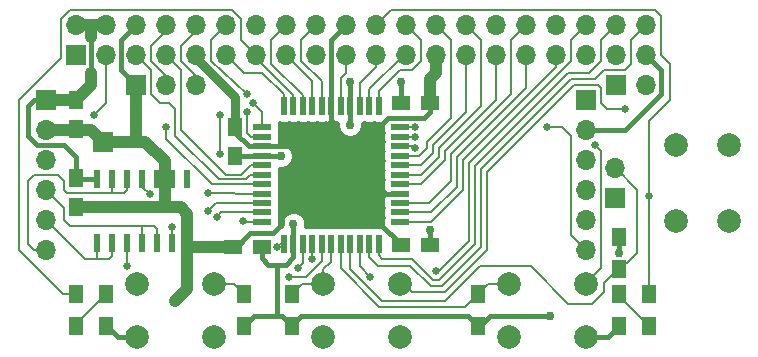
<source format=gtl>
G04 #@! TF.FileFunction,Copper,L1,Top,Signal*
%FSLAX46Y46*%
G04 Gerber Fmt 4.6, Leading zero omitted, Abs format (unit mm)*
G04 Created by KiCad (PCBNEW 4.0.7-e2-6376~58~ubuntu16.04.1) date Tue Jul 31 11:14:15 2018*
%MOMM*%
%LPD*%
G01*
G04 APERTURE LIST*
%ADD10C,0.100000*%
%ADD11R,1.700000X1.700000*%
%ADD12O,1.700000X1.700000*%
%ADD13R,0.600000X1.500000*%
%ADD14R,1.600000X0.560000*%
%ADD15R,0.560000X1.600000*%
%ADD16C,2.000000*%
%ADD17R,1.250000X1.500000*%
%ADD18R,1.500000X1.250000*%
%ADD19R,1.300000X1.500000*%
%ADD20C,0.762000*%
%ADD21C,0.660400*%
%ADD22C,0.381000*%
%ADD23C,1.016000*%
%ADD24C,0.762000*%
%ADD25C,0.203200*%
%ADD26C,0.254000*%
G04 APERTURE END LIST*
D10*
D11*
X18332000Y-33080960D03*
D12*
X18332000Y-35620960D03*
X18332000Y-38160960D03*
X18332000Y-40700960D03*
X18332000Y-43240960D03*
X18332000Y-45780960D03*
D13*
X22650000Y-45178960D03*
X23920000Y-45178960D03*
X25190000Y-45178960D03*
X26460000Y-45178960D03*
X27730000Y-45178960D03*
X29000000Y-45178960D03*
X30270000Y-45178960D03*
X30270000Y-39778960D03*
X29000000Y-39778960D03*
X27730000Y-39778960D03*
X26460000Y-39778960D03*
X25190000Y-39778960D03*
X23920000Y-39778960D03*
X22650000Y-39778960D03*
D14*
X48312000Y-43430960D03*
X48312000Y-42630960D03*
X48312000Y-41830960D03*
X48312000Y-41030960D03*
X48312000Y-40230960D03*
X48312000Y-39430960D03*
X48312000Y-38630960D03*
X48312000Y-37830960D03*
X48312000Y-37030960D03*
X48312000Y-36230960D03*
X48312000Y-35430960D03*
D15*
X46462000Y-33580960D03*
X45662000Y-33580960D03*
X44862000Y-33580960D03*
X44062000Y-33580960D03*
X43262000Y-33580960D03*
X42462000Y-33580960D03*
X41662000Y-33580960D03*
X40862000Y-33580960D03*
X40062000Y-33580960D03*
X39262000Y-33580960D03*
X38462000Y-33580960D03*
D14*
X36612000Y-35430960D03*
X36612000Y-36230960D03*
X36612000Y-37030960D03*
X36612000Y-37830960D03*
X36612000Y-38630960D03*
X36612000Y-39430960D03*
X36612000Y-40230960D03*
X36612000Y-41030960D03*
X36612000Y-41830960D03*
X36612000Y-42630960D03*
X36612000Y-43430960D03*
D15*
X38462000Y-45280960D03*
X39262000Y-45280960D03*
X40062000Y-45280960D03*
X40862000Y-45280960D03*
X41662000Y-45280960D03*
X42462000Y-45280960D03*
X43262000Y-45280960D03*
X44062000Y-45280960D03*
X44862000Y-45280960D03*
X45662000Y-45280960D03*
X46462000Y-45280960D03*
D16*
X71617000Y-36890960D03*
X76117000Y-36890960D03*
X71617000Y-43390960D03*
X76117000Y-43390960D03*
D17*
X20872000Y-39704960D03*
X20872000Y-42204960D03*
X20872000Y-33100960D03*
X20872000Y-35600960D03*
D18*
X50824000Y-45399960D03*
X48324000Y-45399960D03*
X36600000Y-45526960D03*
X34100000Y-45526960D03*
D17*
X34334000Y-37886960D03*
X34334000Y-35386960D03*
D18*
X48324000Y-33334960D03*
X50824000Y-33334960D03*
D19*
X35096000Y-52210960D03*
X35096000Y-49510960D03*
X39160000Y-52210960D03*
X39160000Y-49510960D03*
X54908000Y-52210960D03*
X54908000Y-49510960D03*
D16*
X32556000Y-48646960D03*
X32556000Y-53146960D03*
X26056000Y-48646960D03*
X26056000Y-53146960D03*
X48304000Y-48646960D03*
X48304000Y-53146960D03*
X41804000Y-48646960D03*
X41804000Y-53146960D03*
X64052000Y-48646960D03*
X64052000Y-53146960D03*
X57552000Y-48646960D03*
X57552000Y-53146960D03*
D11*
X64052000Y-33080960D03*
D12*
X64052000Y-35620960D03*
X64052000Y-38160960D03*
X64052000Y-40700960D03*
X64052000Y-43240960D03*
X64052000Y-45780960D03*
D11*
X20872000Y-29270960D03*
D12*
X20872000Y-26730960D03*
X23412000Y-29270960D03*
X23412000Y-26730960D03*
X25952000Y-29270960D03*
X25952000Y-26730960D03*
X28492000Y-29270960D03*
X28492000Y-26730960D03*
X31032000Y-29270960D03*
X31032000Y-26730960D03*
X33572000Y-29270960D03*
X33572000Y-26730960D03*
X36112000Y-29270960D03*
X36112000Y-26730960D03*
X38652000Y-29270960D03*
X38652000Y-26730960D03*
X41192000Y-29270960D03*
X41192000Y-26730960D03*
X43732000Y-29270960D03*
X43732000Y-26730960D03*
X46272000Y-29270960D03*
X46272000Y-26730960D03*
X48812000Y-29270960D03*
X48812000Y-26730960D03*
X51352000Y-29270960D03*
X51352000Y-26730960D03*
X53892000Y-29270960D03*
X53892000Y-26730960D03*
X56432000Y-29270960D03*
X56432000Y-26730960D03*
X58972000Y-29270960D03*
X58972000Y-26730960D03*
X61512000Y-29270960D03*
X61512000Y-26730960D03*
X64052000Y-29270960D03*
X64052000Y-26730960D03*
X66592000Y-29270960D03*
X66592000Y-26730960D03*
X69132000Y-29270960D03*
X69132000Y-26730960D03*
D11*
X66592000Y-31810960D03*
D12*
X69132000Y-31810960D03*
D11*
X25952000Y-31810960D03*
D12*
X28492000Y-31810960D03*
X31032000Y-31810960D03*
D19*
X23412000Y-49510960D03*
X23412000Y-52210960D03*
X66846000Y-49510960D03*
X66846000Y-52210960D03*
X20872000Y-52210960D03*
X20872000Y-49510960D03*
X69386000Y-52210960D03*
X69386000Y-49510960D03*
D11*
X23158000Y-36636960D03*
D19*
X66846000Y-44684960D03*
X66846000Y-47384960D03*
D11*
X66490400Y-41412160D03*
D12*
X66490400Y-38872160D03*
D20*
X29254000Y-50098960D03*
X48329400Y-31556960D03*
X44062200Y-31556960D03*
X61004000Y-51368960D03*
X66846000Y-46034960D03*
X50844000Y-44129960D03*
X44052000Y-35200960D03*
X38202000Y-37850960D03*
X39252000Y-43600960D03*
D21*
X28492000Y-35366960D03*
X22396000Y-34350960D03*
X34969000Y-43367960D03*
X33064000Y-37652960D03*
X33064000Y-34350960D03*
X35350000Y-32572960D03*
X64814000Y-36890960D03*
X51352000Y-47558960D03*
X38906000Y-48066960D03*
X67354000Y-33842960D03*
X49574000Y-35366960D03*
X35350000Y-34096960D03*
X49574000Y-37144960D03*
X49574000Y-36230560D03*
X60750000Y-35366960D03*
X32810000Y-42986960D03*
X32048000Y-42478960D03*
X32048000Y-40954960D03*
X35858000Y-33334960D03*
X37890000Y-45526960D03*
X27095000Y-41081960D03*
X39668000Y-47304960D03*
X25190000Y-47177960D03*
X29000000Y-43875960D03*
X40811000Y-46542960D03*
X45764000Y-48066960D03*
X69386000Y-41208960D03*
D22*
X22142000Y-30794960D02*
X22142000Y-27746960D01*
D23*
X22142000Y-26730960D02*
X22142000Y-27746960D01*
X22142000Y-31810960D02*
X22142000Y-30794960D01*
X22142000Y-31810960D02*
X20872000Y-33080960D01*
X20872000Y-33100960D02*
X20872000Y-33080960D01*
X22142000Y-26730960D02*
X23412000Y-26730960D01*
D22*
X20852000Y-33080960D02*
X20892960Y-33040000D01*
X20892960Y-33040000D02*
X20932960Y-33040000D01*
X20872000Y-37906960D02*
X20872000Y-39704960D01*
X19856000Y-36890960D02*
X20872000Y-37906960D01*
X17570000Y-36890960D02*
X19856000Y-36890960D01*
X16808000Y-36128960D02*
X17570000Y-36890960D01*
X16808000Y-33588960D02*
X16808000Y-36128960D01*
X22650000Y-39778960D02*
X20946000Y-39778960D01*
X20946000Y-39778960D02*
X20872000Y-39704960D01*
D23*
X20872000Y-26730960D02*
X22142000Y-26730960D01*
X18586000Y-33080960D02*
X20852000Y-33080960D01*
D22*
X18586000Y-33080960D02*
X17316000Y-33080960D01*
X17316000Y-33080960D02*
X16808000Y-33588960D01*
X18606000Y-33100960D02*
X18586000Y-33080960D01*
X64052000Y-53146960D02*
X65910000Y-53146960D01*
X65910000Y-53146960D02*
X66846000Y-52210960D01*
X23412000Y-52210960D02*
X23492000Y-52210960D01*
X23492000Y-52210960D02*
X24428000Y-53146960D01*
X24428000Y-53146960D02*
X26056000Y-53146960D01*
X29000000Y-39778960D02*
X28365000Y-39778960D01*
X28365000Y-39778960D02*
X28365000Y-42204960D01*
D23*
X30270000Y-45178960D02*
X30270000Y-42732960D01*
X30270000Y-42732960D02*
X29742000Y-42204960D01*
X29742000Y-42204960D02*
X28365000Y-42204960D01*
X30270000Y-45178960D02*
X30270000Y-49082960D01*
X30270000Y-49082960D02*
X29254000Y-50098960D01*
X34100000Y-45526960D02*
X30618000Y-45526960D01*
X30618000Y-45526960D02*
X30270000Y-45178960D01*
D22*
X27730000Y-39778960D02*
X29000000Y-39778960D01*
D23*
X28365000Y-42204960D02*
X28365000Y-38287960D01*
X28365000Y-38287960D02*
X26714000Y-36636960D01*
X26714000Y-36636960D02*
X25952000Y-36636960D01*
X25952000Y-36636960D02*
X23158000Y-36636960D01*
X23158000Y-36636960D02*
X22142000Y-35620960D01*
X22142000Y-35620960D02*
X20892000Y-35620960D01*
X20892000Y-35620960D02*
X20872000Y-35600960D01*
X25952000Y-36636960D02*
X25952000Y-35620960D01*
D22*
X64052000Y-35620960D02*
X67354000Y-35620960D01*
X70402000Y-30540960D02*
X69132000Y-29270960D01*
X70402000Y-32572960D02*
X70402000Y-30540960D01*
X31032000Y-29270960D02*
X31032000Y-29524960D01*
D24*
X31032000Y-29524960D02*
X34334000Y-32826960D01*
X34334000Y-32826960D02*
X34334000Y-35386960D01*
D22*
X48324000Y-45399960D02*
X48324000Y-45292960D01*
X48324000Y-45292960D02*
X46602000Y-43570960D01*
X46602000Y-43570960D02*
X46602000Y-41030960D01*
X34100000Y-45780960D02*
X34207000Y-45780960D01*
X34207000Y-45780960D02*
X35604000Y-44383960D01*
X39287000Y-39684960D02*
X45256000Y-39684960D01*
X38271000Y-40700960D02*
X39287000Y-39684960D01*
X38271000Y-43621960D02*
X38271000Y-40700960D01*
X37509000Y-44383960D02*
X38271000Y-43621960D01*
X35604000Y-44383960D02*
X37509000Y-44383960D01*
X50824000Y-33334960D02*
X50824000Y-34116960D01*
X44862000Y-37030960D02*
X42462000Y-37030960D01*
X47288000Y-34604960D02*
X44862000Y-37030960D01*
X50336000Y-34604960D02*
X47288000Y-34604960D01*
X50824000Y-34116960D02*
X50336000Y-34604960D01*
X34334000Y-35386960D02*
X34334000Y-34858960D01*
D23*
X25952000Y-31810960D02*
X25952000Y-35540000D01*
D22*
X25952000Y-35540000D02*
X25952000Y-35620960D01*
X25952000Y-35620960D02*
X25952000Y-35540000D01*
X36612000Y-37030960D02*
X35490000Y-37030960D01*
X35490000Y-37030960D02*
X34334000Y-35874960D01*
X34334000Y-35874960D02*
X34334000Y-35386960D01*
D23*
X28365000Y-42204960D02*
X20872000Y-42204960D01*
D22*
X36612000Y-37030960D02*
X42462000Y-37030960D01*
X42462000Y-37030960D02*
X42462000Y-36890960D01*
X46602000Y-41030960D02*
X48312000Y-41030960D01*
X42462000Y-36890960D02*
X45256000Y-39684960D01*
X45256000Y-39684960D02*
X46602000Y-41030960D01*
X42462000Y-33580960D02*
X42462000Y-36890960D01*
D23*
X51352000Y-29270960D02*
X51352000Y-30794960D01*
X51352000Y-30794960D02*
X50824000Y-31322960D01*
X50824000Y-31322960D02*
X50824000Y-33334960D01*
D22*
X25952000Y-26730960D02*
X24682000Y-28000960D01*
X24682000Y-30540960D02*
X25952000Y-31810960D01*
X24682000Y-28000960D02*
X24682000Y-30540960D01*
X42462000Y-28000960D02*
X43732000Y-26730960D01*
X42462000Y-33580960D02*
X42462000Y-28000960D01*
X51352000Y-33314960D02*
X51332000Y-33334960D01*
X67354000Y-35620960D02*
X70402000Y-32572960D01*
D23*
X18586000Y-35620960D02*
X20852000Y-35620960D01*
D22*
X48324000Y-33334960D02*
X48324000Y-31562360D01*
X48324000Y-31562360D02*
X48329400Y-31556960D01*
X44062000Y-33580960D02*
X44062000Y-31557160D01*
X44062000Y-31557160D02*
X44062200Y-31556960D01*
X55924000Y-51368960D02*
X61004000Y-51368960D01*
X55082000Y-52210960D02*
X55924000Y-51368960D01*
X66846000Y-46034960D02*
X66846000Y-44684960D01*
X54908000Y-52210960D02*
X55082000Y-52210960D01*
X37890000Y-47050960D02*
X37890000Y-51368960D01*
X50824000Y-45399960D02*
X50824000Y-44149960D01*
X50824000Y-44149960D02*
X50844000Y-44129960D01*
X35096000Y-52210960D02*
X35096000Y-52130960D01*
X38318000Y-51368960D02*
X37890000Y-51368960D01*
X38318000Y-51368960D02*
X39160000Y-52210960D01*
X37890000Y-51368960D02*
X35938000Y-51368960D01*
X35938000Y-51368960D02*
X35096000Y-52210960D01*
X37890000Y-47050960D02*
X38144000Y-47050960D01*
X36600000Y-45526960D02*
X36600000Y-46522960D01*
X37128000Y-47050960D02*
X38144000Y-47050960D01*
X36600000Y-46522960D02*
X37128000Y-47050960D01*
X48324000Y-33528960D02*
X48324000Y-33334960D01*
X44062000Y-33580960D02*
X44062000Y-35190960D01*
X44062000Y-35190960D02*
X44052000Y-35200960D01*
X36612000Y-37830960D02*
X38182000Y-37830960D01*
X38182000Y-37830960D02*
X38202000Y-37850960D01*
X39262000Y-43610960D02*
X39262000Y-45280960D01*
X39252000Y-43600960D02*
X39262000Y-43610960D01*
X54908000Y-52210960D02*
X54908000Y-52130960D01*
X38144000Y-47050960D02*
X38652000Y-47050960D01*
X38652000Y-47050960D02*
X39262000Y-46440960D01*
X39262000Y-46440960D02*
X39262000Y-45280960D01*
X36612000Y-37830960D02*
X34390000Y-37830960D01*
X34390000Y-37830960D02*
X34334000Y-37886960D01*
X39160000Y-52210960D02*
X39160000Y-52130960D01*
X39160000Y-52130960D02*
X39922000Y-51368960D01*
X54066000Y-51368960D02*
X54908000Y-52210960D01*
X39922000Y-51368960D02*
X54066000Y-51368960D01*
X36600000Y-45780960D02*
X36600000Y-45292960D01*
X47796000Y-33334960D02*
X48832000Y-33334960D01*
D25*
X36612000Y-40230960D02*
X32340000Y-40230960D01*
X28492000Y-35366960D02*
X28492000Y-36382960D01*
X28492000Y-36382960D02*
X32340000Y-40230960D01*
X22396000Y-34350960D02*
X23412000Y-33334960D01*
X23412000Y-33334960D02*
X23412000Y-29270960D01*
X36612000Y-39430960D02*
X35604000Y-39430960D01*
X32949598Y-39824558D02*
X29254000Y-36128960D01*
X29254000Y-36128960D02*
X29254000Y-33842960D01*
X29254000Y-33842960D02*
X28746000Y-33334960D01*
X28746000Y-33334960D02*
X27984000Y-33334960D01*
X27984000Y-33334960D02*
X27222000Y-32572960D01*
X27222000Y-32572960D02*
X27222000Y-30540960D01*
X27222000Y-30540960D02*
X25952000Y-29270960D01*
X35210402Y-39824558D02*
X32949598Y-39824558D01*
X35604000Y-39430960D02*
X35210402Y-39824558D01*
X36612000Y-38630960D02*
X35642000Y-38630960D01*
X33559196Y-39418156D02*
X29762000Y-35620960D01*
X34854804Y-39418156D02*
X33559196Y-39418156D01*
X35642000Y-38630960D02*
X34854804Y-39418156D01*
X29762000Y-30540960D02*
X28492000Y-29270960D01*
X29762000Y-35620960D02*
X29762000Y-30540960D01*
X28492000Y-29270960D02*
X28492000Y-29778960D01*
X28492000Y-26730960D02*
X28492000Y-27238960D01*
X28492000Y-27238960D02*
X27222000Y-28508960D01*
X27222000Y-28508960D02*
X27222000Y-29778960D01*
X27222000Y-29778960D02*
X28492000Y-31048960D01*
X28492000Y-31048960D02*
X28492000Y-31810960D01*
X31032000Y-26730960D02*
X31032000Y-27238960D01*
X31032000Y-27238960D02*
X29762000Y-28508960D01*
X29762000Y-28508960D02*
X29762000Y-29778960D01*
X29762000Y-29778960D02*
X31032000Y-31048960D01*
X31032000Y-31048960D02*
X31032000Y-31810960D01*
X33572000Y-29270960D02*
X35096000Y-30794960D01*
X38462000Y-32636960D02*
X38462000Y-33580960D01*
X36620000Y-30794960D02*
X38462000Y-32636960D01*
X35096000Y-30794960D02*
X36620000Y-30794960D01*
X36612000Y-43430960D02*
X35032000Y-43430960D01*
X35032000Y-43430960D02*
X34969000Y-43367960D01*
X33064000Y-37652960D02*
X33064000Y-34350960D01*
X32302000Y-29778960D02*
X32302000Y-28000960D01*
X35350000Y-32572960D02*
X32302000Y-29778960D01*
X32302000Y-28000960D02*
X33572000Y-26730960D01*
X20872000Y-49510960D02*
X19776000Y-49510960D01*
X19776000Y-49510960D02*
X16046000Y-45780960D01*
X34842000Y-28000960D02*
X36112000Y-29270960D01*
X34842000Y-26222960D02*
X34842000Y-28000960D01*
X34080000Y-25460960D02*
X34842000Y-26222960D01*
X20364000Y-25460960D02*
X34080000Y-25460960D01*
X19602000Y-26222960D02*
X20364000Y-25460960D01*
X19602000Y-29524960D02*
X19602000Y-26222960D01*
X16046000Y-33080960D02*
X19602000Y-29524960D01*
X16046000Y-45780960D02*
X16046000Y-33080960D01*
X36112000Y-29270960D02*
X36112000Y-29524960D01*
X36112000Y-29524960D02*
X39262000Y-32674960D01*
X39262000Y-32674960D02*
X39262000Y-33580960D01*
X40862000Y-33580960D02*
X40862000Y-31480960D01*
X40862000Y-31480960D02*
X38652000Y-29270960D01*
X38652000Y-26730960D02*
X37382000Y-28000960D01*
X40062000Y-32712960D02*
X40062000Y-33580960D01*
X37382000Y-30032960D02*
X40062000Y-32712960D01*
X37382000Y-28000960D02*
X37382000Y-30032960D01*
X41662000Y-33580960D02*
X41662000Y-31518960D01*
X39922000Y-28000960D02*
X41192000Y-26730960D01*
X39922000Y-29778960D02*
X39922000Y-28000960D01*
X41662000Y-31518960D02*
X39922000Y-29778960D01*
X43732000Y-29270960D02*
X43732000Y-30794960D01*
X43262000Y-31264960D02*
X43262000Y-33580960D01*
X43732000Y-30794960D02*
X43262000Y-31264960D01*
X46272000Y-29270960D02*
X46272000Y-30286960D01*
X44862000Y-31696960D02*
X44862000Y-33580960D01*
X46272000Y-30286960D02*
X44862000Y-31696960D01*
X45662000Y-33580960D02*
X45662000Y-32216960D01*
X45662000Y-32216960D02*
X48608000Y-29270960D01*
X48608000Y-29270960D02*
X48812000Y-29270960D01*
X48812000Y-26730960D02*
X50082000Y-28000960D01*
X46462000Y-32382960D02*
X46462000Y-33580960D01*
X48304000Y-30540960D02*
X46462000Y-32382960D01*
X49320000Y-30540960D02*
X48304000Y-30540960D01*
X50082000Y-29778960D02*
X49320000Y-30540960D01*
X50082000Y-28000960D02*
X50082000Y-29778960D01*
X48312000Y-37830960D02*
X49904000Y-37830960D01*
X52622000Y-28000960D02*
X51352000Y-26730960D01*
X52622000Y-34604960D02*
X52622000Y-28000960D01*
X50590000Y-36636960D02*
X52622000Y-34604960D01*
X50590000Y-37144960D02*
X50590000Y-36636960D01*
X49904000Y-37830960D02*
X50590000Y-37144960D01*
X48312000Y-40230960D02*
X50044000Y-40230960D01*
X52114000Y-37398960D02*
X56432000Y-33080960D01*
X56432000Y-33080960D02*
X56432000Y-29270960D01*
X52114000Y-38160960D02*
X52114000Y-37398960D01*
X50044000Y-40230960D02*
X52114000Y-38160960D01*
X48312000Y-42630960D02*
X50946000Y-42630960D01*
X53130000Y-40446960D02*
X53130000Y-37906960D01*
X50946000Y-42630960D02*
X53130000Y-40446960D01*
X53130000Y-37906960D02*
X58972000Y-32064960D01*
X58972000Y-32064960D02*
X58972000Y-29270960D01*
X48312000Y-41830960D02*
X50730000Y-41830960D01*
X57702000Y-28000960D02*
X58972000Y-26730960D01*
X57702000Y-32572960D02*
X57702000Y-28000960D01*
X52622000Y-37652960D02*
X57702000Y-32572960D01*
X52622000Y-39938960D02*
X52622000Y-37652960D01*
X50730000Y-41830960D02*
X52622000Y-39938960D01*
X48312000Y-43430960D02*
X50908000Y-43430960D01*
X53638000Y-40700960D02*
X53638000Y-38160960D01*
X50908000Y-43430960D02*
X53638000Y-40700960D01*
X53638000Y-38160960D02*
X61512000Y-30286960D01*
X61512000Y-30286960D02*
X61512000Y-29270960D01*
X43262000Y-45280960D02*
X43262000Y-47342960D01*
X43262000Y-47342960D02*
X46526000Y-50606960D01*
X64052000Y-48646960D02*
X64052000Y-48574960D01*
X64052000Y-48574960D02*
X65322000Y-47304960D01*
X53812000Y-50606960D02*
X54908000Y-49510960D01*
X46526000Y-50606960D02*
X53812000Y-50606960D01*
X64814000Y-36890960D02*
X65322000Y-37398960D01*
X65322000Y-37398960D02*
X65322000Y-47304960D01*
X57552000Y-48646960D02*
X55772000Y-48646960D01*
X55772000Y-48646960D02*
X54908000Y-49510960D01*
X41662000Y-45280960D02*
X41662000Y-46707960D01*
X41662000Y-46707960D02*
X40303000Y-48066960D01*
X62782000Y-29778960D02*
X54146000Y-38414960D01*
X62782000Y-29778960D02*
X62782000Y-28000960D01*
X62782000Y-28000960D02*
X64052000Y-26730960D01*
X51606000Y-47558960D02*
X51352000Y-47558960D01*
X54146000Y-45018960D02*
X51606000Y-47558960D01*
X54146000Y-38414960D02*
X54146000Y-45018960D01*
X32556000Y-48646960D02*
X34232000Y-48646960D01*
X34232000Y-48646960D02*
X35096000Y-49510960D01*
X40303000Y-48066960D02*
X38906000Y-48066960D01*
X41804000Y-48646960D02*
X41804000Y-47454960D01*
X41804000Y-47454960D02*
X42462000Y-46796960D01*
X42462000Y-45280960D02*
X42462000Y-46796960D01*
X48304000Y-48646960D02*
X48630000Y-48646960D01*
X48630000Y-48646960D02*
X49320000Y-49336960D01*
X52114000Y-49336960D02*
X55670000Y-45780960D01*
X49320000Y-49336960D02*
X52114000Y-49336960D01*
X55670000Y-39176960D02*
X63036000Y-31810960D01*
X55670000Y-45780960D02*
X55670000Y-39176960D01*
X63036000Y-31810960D02*
X65068000Y-31810960D01*
X65068000Y-31810960D02*
X65322000Y-32064960D01*
X65322000Y-32064960D02*
X65322000Y-33334960D01*
X65322000Y-33334960D02*
X65830000Y-33842960D01*
X65830000Y-33842960D02*
X67354000Y-33842960D01*
X48304000Y-48646960D02*
X48486000Y-48646960D01*
X41804000Y-48646960D02*
X40024000Y-48646960D01*
X40024000Y-48646960D02*
X39160000Y-49510960D01*
X46462000Y-45280960D02*
X46462000Y-46224960D01*
X65322000Y-28000960D02*
X66592000Y-26730960D01*
X65322000Y-29778960D02*
X65322000Y-28000960D01*
X64306000Y-30794960D02*
X65322000Y-29778960D01*
X62528000Y-30794960D02*
X64306000Y-30794960D01*
X54654000Y-38668960D02*
X62528000Y-30794960D01*
X54654000Y-45272960D02*
X54654000Y-38668960D01*
X51606000Y-48320960D02*
X54654000Y-45272960D01*
X51098000Y-48320960D02*
X51606000Y-48320960D01*
X49320000Y-46542960D02*
X51098000Y-48320960D01*
X46780000Y-46542960D02*
X49320000Y-46542960D01*
X46462000Y-46224960D02*
X46780000Y-46542960D01*
X46462000Y-45280960D02*
X46462000Y-45589960D01*
X62782000Y-31302960D02*
X64814000Y-31302960D01*
X69132000Y-26730960D02*
X67862000Y-28000960D01*
X45662000Y-46440960D02*
X46399000Y-47177960D01*
X45662000Y-46440960D02*
X45662000Y-45280960D01*
X46399000Y-47177960D02*
X49159576Y-47177960D01*
X49159576Y-47177960D02*
X50897478Y-48828960D01*
X50897478Y-48828960D02*
X51860000Y-48828960D01*
X51860000Y-48828960D02*
X55162000Y-45526960D01*
X55162000Y-45526960D02*
X55162000Y-38922960D01*
X55162000Y-38922960D02*
X62782000Y-31302960D01*
X67862000Y-30032960D02*
X67862000Y-28000960D01*
X67354000Y-30540960D02*
X67862000Y-30032960D01*
X65576000Y-30540960D02*
X67354000Y-30540960D01*
X64814000Y-31302960D02*
X65576000Y-30540960D01*
X49510000Y-35430960D02*
X49574000Y-35366960D01*
X48312000Y-35430960D02*
X49510000Y-35430960D01*
X35350000Y-35874960D02*
X35350000Y-34096960D01*
X35706000Y-36230960D02*
X35350000Y-35874960D01*
X35706000Y-36230960D02*
X36612000Y-36230960D01*
X48312000Y-37030960D02*
X49460000Y-37030960D01*
X49460000Y-37030960D02*
X49574000Y-37144960D01*
X48198000Y-37144960D02*
X48312000Y-37030960D01*
X49574000Y-36128960D02*
X49574000Y-36230560D01*
X49472000Y-36230960D02*
X49574000Y-36128960D01*
X48312000Y-36230960D02*
X49472000Y-36230960D01*
X62782000Y-44510960D02*
X62782000Y-36128960D01*
X64052000Y-45780960D02*
X62782000Y-44510960D01*
X62020000Y-35366960D02*
X60750000Y-35366960D01*
X62782000Y-36128960D02*
X62020000Y-35366960D01*
X64052000Y-45780960D02*
X64306000Y-45780960D01*
X19856000Y-40700960D02*
X20110000Y-40954960D01*
X20110000Y-40954960D02*
X23920000Y-40954960D01*
X19348000Y-39430960D02*
X19856000Y-39938960D01*
X18332000Y-45780960D02*
X17316000Y-45780960D01*
X16808000Y-45272960D02*
X16808000Y-39938960D01*
X17316000Y-45780960D02*
X16808000Y-45272960D01*
X16808000Y-39938960D02*
X17316000Y-39430960D01*
X19348000Y-39430960D02*
X17316000Y-39430960D01*
X19856000Y-39938960D02*
X19856000Y-40700960D01*
X36612000Y-42630960D02*
X33166000Y-42630960D01*
X33166000Y-42630960D02*
X32810000Y-42986960D01*
X23920000Y-39778960D02*
X23920000Y-40954960D01*
X25190000Y-40700960D02*
X25190000Y-39778960D01*
X23920000Y-40954960D02*
X24936000Y-40954960D01*
X24936000Y-40954960D02*
X25190000Y-40700960D01*
X21634000Y-46542960D02*
X18332000Y-43240960D01*
X36612000Y-41830960D02*
X32696000Y-41830960D01*
X32696000Y-41830960D02*
X32048000Y-42478960D01*
X22650000Y-45178960D02*
X22650000Y-46542960D01*
X23920000Y-45178960D02*
X23920000Y-46288960D01*
X23666000Y-46542960D02*
X22650000Y-46542960D01*
X22650000Y-46542960D02*
X21634000Y-46542960D01*
X23920000Y-46288960D02*
X23666000Y-46542960D01*
X32111357Y-41018317D02*
X32048000Y-40954960D01*
X32111357Y-41018317D02*
X36612000Y-41030960D01*
X19856000Y-43240960D02*
X20364000Y-43748960D01*
X18332000Y-40700960D02*
X19856000Y-42224960D01*
X19856000Y-42224960D02*
X19856000Y-43240960D01*
X26460000Y-45178960D02*
X26460000Y-43748960D01*
X27730000Y-45178960D02*
X27730000Y-44002960D01*
X27476000Y-43748960D02*
X26460000Y-43748960D01*
X26460000Y-43748960D02*
X20364000Y-43748960D01*
X27730000Y-44002960D02*
X27476000Y-43748960D01*
X36612000Y-35430960D02*
X36612000Y-34088960D01*
X36612000Y-34088960D02*
X35858000Y-33334960D01*
X36620000Y-35422960D02*
X36612000Y-35430960D01*
X26460000Y-39778960D02*
X26460000Y-40446960D01*
X26460000Y-40446960D02*
X27095000Y-41081960D01*
X38136000Y-45280960D02*
X37890000Y-45526960D01*
X38136000Y-45280960D02*
X38462000Y-45280960D01*
X38390000Y-45280960D02*
X38462000Y-45280960D01*
X40062000Y-45280960D02*
X40062000Y-46910960D01*
X40062000Y-46910960D02*
X39668000Y-47304960D01*
X25190000Y-45178960D02*
X25190000Y-47177960D01*
X29000000Y-45178960D02*
X29000000Y-43875960D01*
X40811000Y-46542960D02*
X40862000Y-46491960D01*
X40862000Y-46491960D02*
X40862000Y-45280960D01*
X20872000Y-52210960D02*
X20872000Y-52050960D01*
X20872000Y-52050960D02*
X23412000Y-49510960D01*
X66846000Y-49510960D02*
X66846000Y-49670960D01*
X66846000Y-49670960D02*
X69386000Y-52210960D01*
X44862000Y-45280960D02*
X44862000Y-47164960D01*
X44862000Y-47164960D02*
X45764000Y-48066960D01*
X69386000Y-41208960D02*
X69386000Y-34858960D01*
X69894000Y-25460960D02*
X47542000Y-25460960D01*
X70402000Y-25968960D02*
X69894000Y-25460960D01*
X70402000Y-29270960D02*
X70402000Y-25968960D01*
X71164000Y-30032960D02*
X70402000Y-29270960D01*
X71164000Y-33080960D02*
X71164000Y-30032960D01*
X69386000Y-34858960D02*
X71164000Y-33080960D01*
X47542000Y-25460960D02*
X46272000Y-26730960D01*
X69386000Y-41208960D02*
X69386000Y-49510960D01*
X48312000Y-38630960D02*
X50082000Y-38630960D01*
X53892000Y-34096960D02*
X53892000Y-29270960D01*
X51098000Y-36890960D02*
X53892000Y-34096960D01*
X51098000Y-37614960D02*
X51098000Y-36890960D01*
X50082000Y-38630960D02*
X51098000Y-37614960D01*
X48312000Y-39430960D02*
X50082000Y-39430960D01*
X55162000Y-28000960D02*
X53892000Y-26730960D01*
X55162000Y-33588960D02*
X55162000Y-28000960D01*
X51606000Y-37144960D02*
X55162000Y-33588960D01*
X51606000Y-37906960D02*
X51606000Y-37144960D01*
X50082000Y-39430960D02*
X51606000Y-37906960D01*
X66490400Y-38872160D02*
X66541200Y-38872160D01*
X66541200Y-38872160D02*
X68370000Y-40700960D01*
X66846000Y-46876960D02*
X66846000Y-47304960D01*
X66846000Y-47304960D02*
X65576000Y-48574960D01*
X66846000Y-46876960D02*
X67528000Y-46876960D01*
X67528000Y-46876960D02*
X68370000Y-46034960D01*
X65576000Y-49336960D02*
X65576000Y-48574960D01*
X68370000Y-46034960D02*
X68370000Y-40700960D01*
X44062000Y-45280960D02*
X44062000Y-47380960D01*
X44062000Y-47380960D02*
X46780000Y-50098960D01*
X52114000Y-50098960D02*
X46780000Y-50098960D01*
X55035000Y-47177960D02*
X52114000Y-50098960D01*
X59353000Y-47177960D02*
X55035000Y-47177960D01*
X62528000Y-50352960D02*
X59353000Y-47177960D01*
X64560000Y-50352960D02*
X62528000Y-50352960D01*
X65576000Y-49336960D02*
X64560000Y-50352960D01*
D26*
G36*
X42664032Y-34932242D02*
X42747750Y-35015960D01*
X42868310Y-35015960D01*
X42885470Y-35008852D01*
X42982000Y-35028400D01*
X43036150Y-35028400D01*
X43035824Y-35402168D01*
X43190175Y-35775726D01*
X43475731Y-36061781D01*
X43849018Y-36216784D01*
X44253208Y-36217136D01*
X44626766Y-36062785D01*
X44912821Y-35777229D01*
X45067824Y-35403942D01*
X45068151Y-35028400D01*
X45142000Y-35028400D01*
X45266405Y-35004991D01*
X45382000Y-35028400D01*
X45942000Y-35028400D01*
X46066405Y-35004991D01*
X46182000Y-35028400D01*
X46742000Y-35028400D01*
X46895217Y-34999570D01*
X46864560Y-35150960D01*
X46864560Y-35710960D01*
X46887969Y-35835365D01*
X46864560Y-35950960D01*
X46864560Y-36510960D01*
X46887969Y-36635365D01*
X46864560Y-36750960D01*
X46864560Y-37310960D01*
X46887969Y-37435365D01*
X46864560Y-37550960D01*
X46864560Y-38110960D01*
X46887969Y-38235365D01*
X46864560Y-38350960D01*
X46864560Y-38910960D01*
X46887969Y-39035365D01*
X46864560Y-39150960D01*
X46864560Y-39710960D01*
X46887969Y-39835365D01*
X46864560Y-39950960D01*
X46864560Y-40510960D01*
X46883156Y-40609788D01*
X46877000Y-40624650D01*
X46877000Y-40745210D01*
X46964377Y-40832587D01*
X46975000Y-40849096D01*
X46975000Y-41212090D01*
X46960718Y-41232992D01*
X46877000Y-41316710D01*
X46877000Y-41437270D01*
X46884108Y-41454430D01*
X46864560Y-41550960D01*
X46864560Y-42110960D01*
X46887969Y-42235365D01*
X46864560Y-42350960D01*
X46864560Y-42910960D01*
X46887969Y-43035365D01*
X46864560Y-43150960D01*
X46864560Y-43710960D01*
X46893390Y-43864177D01*
X46742000Y-43833520D01*
X46182000Y-43833520D01*
X46057595Y-43856929D01*
X45942000Y-43833520D01*
X45382000Y-43833520D01*
X45257595Y-43856929D01*
X45142000Y-43833520D01*
X44582000Y-43833520D01*
X44457595Y-43856929D01*
X44342000Y-43833520D01*
X43782000Y-43833520D01*
X43657595Y-43856929D01*
X43542000Y-43833520D01*
X42982000Y-43833520D01*
X42857595Y-43856929D01*
X42742000Y-43833520D01*
X42182000Y-43833520D01*
X42057595Y-43856929D01*
X41942000Y-43833520D01*
X41382000Y-43833520D01*
X41257595Y-43856929D01*
X41142000Y-43833520D01*
X40582000Y-43833520D01*
X40457595Y-43856929D01*
X40342000Y-43833520D01*
X40255542Y-43833520D01*
X40267824Y-43803942D01*
X40268176Y-43399752D01*
X40113825Y-43026194D01*
X39828269Y-42740139D01*
X39454982Y-42585136D01*
X39050792Y-42584784D01*
X38677234Y-42739135D01*
X38391179Y-43024691D01*
X38236176Y-43397978D01*
X38235824Y-43802168D01*
X38248778Y-43833520D01*
X38182000Y-43833520D01*
X38028783Y-43862350D01*
X38059440Y-43710960D01*
X38059440Y-43150960D01*
X38036031Y-43026555D01*
X38059440Y-42910960D01*
X38059440Y-42350960D01*
X38036031Y-42226555D01*
X38059440Y-42110960D01*
X38059440Y-41550960D01*
X38036031Y-41426555D01*
X38059440Y-41310960D01*
X38059440Y-40750960D01*
X38036031Y-40626555D01*
X38059440Y-40510960D01*
X38059440Y-39950960D01*
X38036031Y-39826555D01*
X38059440Y-39710960D01*
X38059440Y-39150960D01*
X38036031Y-39026555D01*
X38059440Y-38910960D01*
X38059440Y-38866837D01*
X38403208Y-38867136D01*
X38776766Y-38712785D01*
X39062821Y-38427229D01*
X39217824Y-38053942D01*
X39218176Y-37649752D01*
X39063825Y-37276194D01*
X38778269Y-36990139D01*
X38404982Y-36835136D01*
X38000792Y-36834784D01*
X37942951Y-36858683D01*
X37963282Y-36828928D01*
X38047000Y-36745210D01*
X38047000Y-36624650D01*
X38039892Y-36607490D01*
X38059440Y-36510960D01*
X38059440Y-35950960D01*
X38036031Y-35826555D01*
X38059440Y-35710960D01*
X38059440Y-35150960D01*
X38030610Y-34997743D01*
X38182000Y-35028400D01*
X38742000Y-35028400D01*
X38866405Y-35004991D01*
X38982000Y-35028400D01*
X39542000Y-35028400D01*
X39666405Y-35004991D01*
X39782000Y-35028400D01*
X40342000Y-35028400D01*
X40466405Y-35004991D01*
X40582000Y-35028400D01*
X41142000Y-35028400D01*
X41266405Y-35004991D01*
X41382000Y-35028400D01*
X41942000Y-35028400D01*
X42040828Y-35009804D01*
X42055690Y-35015960D01*
X42176250Y-35015960D01*
X42263627Y-34928583D01*
X42264595Y-34927960D01*
X42657765Y-34927960D01*
X42664032Y-34932242D01*
X42664032Y-34932242D01*
G37*
X42664032Y-34932242D02*
X42747750Y-35015960D01*
X42868310Y-35015960D01*
X42885470Y-35008852D01*
X42982000Y-35028400D01*
X43036150Y-35028400D01*
X43035824Y-35402168D01*
X43190175Y-35775726D01*
X43475731Y-36061781D01*
X43849018Y-36216784D01*
X44253208Y-36217136D01*
X44626766Y-36062785D01*
X44912821Y-35777229D01*
X45067824Y-35403942D01*
X45068151Y-35028400D01*
X45142000Y-35028400D01*
X45266405Y-35004991D01*
X45382000Y-35028400D01*
X45942000Y-35028400D01*
X46066405Y-35004991D01*
X46182000Y-35028400D01*
X46742000Y-35028400D01*
X46895217Y-34999570D01*
X46864560Y-35150960D01*
X46864560Y-35710960D01*
X46887969Y-35835365D01*
X46864560Y-35950960D01*
X46864560Y-36510960D01*
X46887969Y-36635365D01*
X46864560Y-36750960D01*
X46864560Y-37310960D01*
X46887969Y-37435365D01*
X46864560Y-37550960D01*
X46864560Y-38110960D01*
X46887969Y-38235365D01*
X46864560Y-38350960D01*
X46864560Y-38910960D01*
X46887969Y-39035365D01*
X46864560Y-39150960D01*
X46864560Y-39710960D01*
X46887969Y-39835365D01*
X46864560Y-39950960D01*
X46864560Y-40510960D01*
X46883156Y-40609788D01*
X46877000Y-40624650D01*
X46877000Y-40745210D01*
X46964377Y-40832587D01*
X46975000Y-40849096D01*
X46975000Y-41212090D01*
X46960718Y-41232992D01*
X46877000Y-41316710D01*
X46877000Y-41437270D01*
X46884108Y-41454430D01*
X46864560Y-41550960D01*
X46864560Y-42110960D01*
X46887969Y-42235365D01*
X46864560Y-42350960D01*
X46864560Y-42910960D01*
X46887969Y-43035365D01*
X46864560Y-43150960D01*
X46864560Y-43710960D01*
X46893390Y-43864177D01*
X46742000Y-43833520D01*
X46182000Y-43833520D01*
X46057595Y-43856929D01*
X45942000Y-43833520D01*
X45382000Y-43833520D01*
X45257595Y-43856929D01*
X45142000Y-43833520D01*
X44582000Y-43833520D01*
X44457595Y-43856929D01*
X44342000Y-43833520D01*
X43782000Y-43833520D01*
X43657595Y-43856929D01*
X43542000Y-43833520D01*
X42982000Y-43833520D01*
X42857595Y-43856929D01*
X42742000Y-43833520D01*
X42182000Y-43833520D01*
X42057595Y-43856929D01*
X41942000Y-43833520D01*
X41382000Y-43833520D01*
X41257595Y-43856929D01*
X41142000Y-43833520D01*
X40582000Y-43833520D01*
X40457595Y-43856929D01*
X40342000Y-43833520D01*
X40255542Y-43833520D01*
X40267824Y-43803942D01*
X40268176Y-43399752D01*
X40113825Y-43026194D01*
X39828269Y-42740139D01*
X39454982Y-42585136D01*
X39050792Y-42584784D01*
X38677234Y-42739135D01*
X38391179Y-43024691D01*
X38236176Y-43397978D01*
X38235824Y-43802168D01*
X38248778Y-43833520D01*
X38182000Y-43833520D01*
X38028783Y-43862350D01*
X38059440Y-43710960D01*
X38059440Y-43150960D01*
X38036031Y-43026555D01*
X38059440Y-42910960D01*
X38059440Y-42350960D01*
X38036031Y-42226555D01*
X38059440Y-42110960D01*
X38059440Y-41550960D01*
X38036031Y-41426555D01*
X38059440Y-41310960D01*
X38059440Y-40750960D01*
X38036031Y-40626555D01*
X38059440Y-40510960D01*
X38059440Y-39950960D01*
X38036031Y-39826555D01*
X38059440Y-39710960D01*
X38059440Y-39150960D01*
X38036031Y-39026555D01*
X38059440Y-38910960D01*
X38059440Y-38866837D01*
X38403208Y-38867136D01*
X38776766Y-38712785D01*
X39062821Y-38427229D01*
X39217824Y-38053942D01*
X39218176Y-37649752D01*
X39063825Y-37276194D01*
X38778269Y-36990139D01*
X38404982Y-36835136D01*
X38000792Y-36834784D01*
X37942951Y-36858683D01*
X37963282Y-36828928D01*
X38047000Y-36745210D01*
X38047000Y-36624650D01*
X38039892Y-36607490D01*
X38059440Y-36510960D01*
X38059440Y-35950960D01*
X38036031Y-35826555D01*
X38059440Y-35710960D01*
X38059440Y-35150960D01*
X38030610Y-34997743D01*
X38182000Y-35028400D01*
X38742000Y-35028400D01*
X38866405Y-35004991D01*
X38982000Y-35028400D01*
X39542000Y-35028400D01*
X39666405Y-35004991D01*
X39782000Y-35028400D01*
X40342000Y-35028400D01*
X40466405Y-35004991D01*
X40582000Y-35028400D01*
X41142000Y-35028400D01*
X41266405Y-35004991D01*
X41382000Y-35028400D01*
X41942000Y-35028400D01*
X42040828Y-35009804D01*
X42055690Y-35015960D01*
X42176250Y-35015960D01*
X42263627Y-34928583D01*
X42264595Y-34927960D01*
X42657765Y-34927960D01*
X42664032Y-34932242D01*
M02*

</source>
